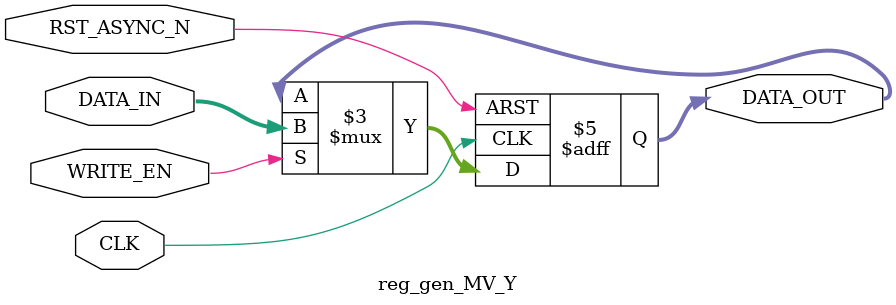
<source format=v>
/*-----------------------------------------------------------------------------------
* File: reg_gen_MV_Y.v
* Date generated: 25/03/2023
* Date modified: 10/05/2023
* Author: Bruna Suemi Nagai
* Description: Stores the vertical component of the MV generator output
*----------------------------------------------------------------------------------- */

module reg_gen_MV_Y (
    CLK,
    RST_ASYNC_N, 
    WRITE_EN,
    DATA_IN,  
    DATA_OUT
);


// ------------------------------------------
// IO declaration
// ------------------------------------------
    input CLK;                              // Clock
    input RST_ASYNC_N;						// Asynchronous reset
    input WRITE_EN;							// Enables writing
    input signed [18:0] DATA_IN;			// Data in
    output reg signed [18:0] DATA_OUT;	    // Data out
    

// ------------------------------------------
// Sequential logic
// ------------------------------------------
always @(posedge CLK, negedge RST_ASYNC_N) begin
if (!RST_ASYNC_N)                        // If rst async is low
    begin
            DATA_OUT <= 19'b0;
    end
    
    else if (WRITE_EN) 		 			    // If write enable is high
    begin
        DATA_OUT <= DATA_IN; 			    // Write data to the register at the specified address
    end 
end

endmodule // reg_gen_MV_Y
    
</source>
